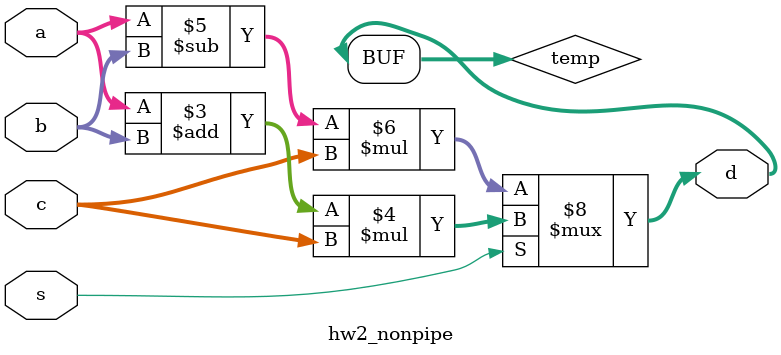
<source format=v>
module hw2_nonpipe (
    input [7:0] a, 
    input [7:0] b, 
    input [7:0] c, 
    input s, 
    output [15:0] d
);

    reg [15:0] temp;

    always @(*) begin
        if (s == 1) 
            temp = (a + b) * c;
        else
            temp = (a - b) * c;
    end

    assign d = temp;

endmodule
</source>
